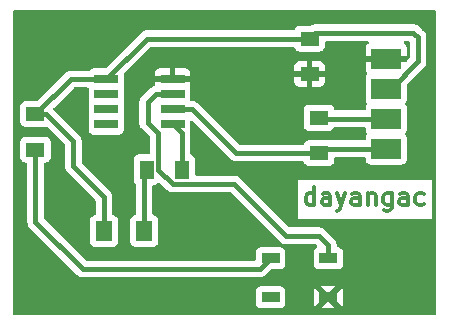
<source format=gbr>
%TF.GenerationSoftware,KiCad,Pcbnew,8.0.1*%
%TF.CreationDate,2025-10-27T18:19:57+03:00*%
%TF.ProjectId,Attiny-trial-run,41747469-6e79-42d7-9472-69616c2d7275,rev?*%
%TF.SameCoordinates,Original*%
%TF.FileFunction,Copper,L1,Top*%
%TF.FilePolarity,Positive*%
%FSLAX46Y46*%
G04 Gerber Fmt 4.6, Leading zero omitted, Abs format (unit mm)*
G04 Created by KiCad (PCBNEW 8.0.1) date 2025-10-27 18:19:57*
%MOMM*%
%LPD*%
G01*
G04 APERTURE LIST*
%ADD10C,0.300000*%
%TA.AperFunction,NonConductor*%
%ADD11C,0.300000*%
%TD*%
%TA.AperFunction,SMDPad,CuDef*%
%ADD12R,1.600000X1.200000*%
%TD*%
%TA.AperFunction,SMDPad,CuDef*%
%ADD13R,1.400000X1.700000*%
%TD*%
%TA.AperFunction,SMDPad,CuDef*%
%ADD14R,2.500000X1.700000*%
%TD*%
%TA.AperFunction,SMDPad,CuDef*%
%ADD15R,1.200000X1.600000*%
%TD*%
%TA.AperFunction,SMDPad,CuDef*%
%ADD16R,2.000000X0.800000*%
%TD*%
%TA.AperFunction,SMDPad,CuDef*%
%ADD17R,1.500000X0.900000*%
%TD*%
%TA.AperFunction,Conductor*%
%ADD18C,0.400000*%
%TD*%
G04 APERTURE END LIST*
D10*
D11*
X152797368Y-85000828D02*
X152797368Y-83500828D01*
X152797368Y-84929400D02*
X152654510Y-85000828D01*
X152654510Y-85000828D02*
X152368796Y-85000828D01*
X152368796Y-85000828D02*
X152225939Y-84929400D01*
X152225939Y-84929400D02*
X152154510Y-84857971D01*
X152154510Y-84857971D02*
X152083082Y-84715114D01*
X152083082Y-84715114D02*
X152083082Y-84286542D01*
X152083082Y-84286542D02*
X152154510Y-84143685D01*
X152154510Y-84143685D02*
X152225939Y-84072257D01*
X152225939Y-84072257D02*
X152368796Y-84000828D01*
X152368796Y-84000828D02*
X152654510Y-84000828D01*
X152654510Y-84000828D02*
X152797368Y-84072257D01*
X154154511Y-85000828D02*
X154154511Y-84215114D01*
X154154511Y-84215114D02*
X154083082Y-84072257D01*
X154083082Y-84072257D02*
X153940225Y-84000828D01*
X153940225Y-84000828D02*
X153654511Y-84000828D01*
X153654511Y-84000828D02*
X153511653Y-84072257D01*
X154154511Y-84929400D02*
X154011653Y-85000828D01*
X154011653Y-85000828D02*
X153654511Y-85000828D01*
X153654511Y-85000828D02*
X153511653Y-84929400D01*
X153511653Y-84929400D02*
X153440225Y-84786542D01*
X153440225Y-84786542D02*
X153440225Y-84643685D01*
X153440225Y-84643685D02*
X153511653Y-84500828D01*
X153511653Y-84500828D02*
X153654511Y-84429400D01*
X153654511Y-84429400D02*
X154011653Y-84429400D01*
X154011653Y-84429400D02*
X154154511Y-84357971D01*
X154725939Y-84000828D02*
X155083082Y-85000828D01*
X155440225Y-84000828D02*
X155083082Y-85000828D01*
X155083082Y-85000828D02*
X154940225Y-85357971D01*
X154940225Y-85357971D02*
X154868796Y-85429400D01*
X154868796Y-85429400D02*
X154725939Y-85500828D01*
X156654511Y-85000828D02*
X156654511Y-84215114D01*
X156654511Y-84215114D02*
X156583082Y-84072257D01*
X156583082Y-84072257D02*
X156440225Y-84000828D01*
X156440225Y-84000828D02*
X156154511Y-84000828D01*
X156154511Y-84000828D02*
X156011653Y-84072257D01*
X156654511Y-84929400D02*
X156511653Y-85000828D01*
X156511653Y-85000828D02*
X156154511Y-85000828D01*
X156154511Y-85000828D02*
X156011653Y-84929400D01*
X156011653Y-84929400D02*
X155940225Y-84786542D01*
X155940225Y-84786542D02*
X155940225Y-84643685D01*
X155940225Y-84643685D02*
X156011653Y-84500828D01*
X156011653Y-84500828D02*
X156154511Y-84429400D01*
X156154511Y-84429400D02*
X156511653Y-84429400D01*
X156511653Y-84429400D02*
X156654511Y-84357971D01*
X157368796Y-84000828D02*
X157368796Y-85000828D01*
X157368796Y-84143685D02*
X157440225Y-84072257D01*
X157440225Y-84072257D02*
X157583082Y-84000828D01*
X157583082Y-84000828D02*
X157797368Y-84000828D01*
X157797368Y-84000828D02*
X157940225Y-84072257D01*
X157940225Y-84072257D02*
X158011654Y-84215114D01*
X158011654Y-84215114D02*
X158011654Y-85000828D01*
X159368797Y-84000828D02*
X159368797Y-85215114D01*
X159368797Y-85215114D02*
X159297368Y-85357971D01*
X159297368Y-85357971D02*
X159225939Y-85429400D01*
X159225939Y-85429400D02*
X159083082Y-85500828D01*
X159083082Y-85500828D02*
X158868797Y-85500828D01*
X158868797Y-85500828D02*
X158725939Y-85429400D01*
X159368797Y-84929400D02*
X159225939Y-85000828D01*
X159225939Y-85000828D02*
X158940225Y-85000828D01*
X158940225Y-85000828D02*
X158797368Y-84929400D01*
X158797368Y-84929400D02*
X158725939Y-84857971D01*
X158725939Y-84857971D02*
X158654511Y-84715114D01*
X158654511Y-84715114D02*
X158654511Y-84286542D01*
X158654511Y-84286542D02*
X158725939Y-84143685D01*
X158725939Y-84143685D02*
X158797368Y-84072257D01*
X158797368Y-84072257D02*
X158940225Y-84000828D01*
X158940225Y-84000828D02*
X159225939Y-84000828D01*
X159225939Y-84000828D02*
X159368797Y-84072257D01*
X160725940Y-85000828D02*
X160725940Y-84215114D01*
X160725940Y-84215114D02*
X160654511Y-84072257D01*
X160654511Y-84072257D02*
X160511654Y-84000828D01*
X160511654Y-84000828D02*
X160225940Y-84000828D01*
X160225940Y-84000828D02*
X160083082Y-84072257D01*
X160725940Y-84929400D02*
X160583082Y-85000828D01*
X160583082Y-85000828D02*
X160225940Y-85000828D01*
X160225940Y-85000828D02*
X160083082Y-84929400D01*
X160083082Y-84929400D02*
X160011654Y-84786542D01*
X160011654Y-84786542D02*
X160011654Y-84643685D01*
X160011654Y-84643685D02*
X160083082Y-84500828D01*
X160083082Y-84500828D02*
X160225940Y-84429400D01*
X160225940Y-84429400D02*
X160583082Y-84429400D01*
X160583082Y-84429400D02*
X160725940Y-84357971D01*
X162083083Y-84929400D02*
X161940225Y-85000828D01*
X161940225Y-85000828D02*
X161654511Y-85000828D01*
X161654511Y-85000828D02*
X161511654Y-84929400D01*
X161511654Y-84929400D02*
X161440225Y-84857971D01*
X161440225Y-84857971D02*
X161368797Y-84715114D01*
X161368797Y-84715114D02*
X161368797Y-84286542D01*
X161368797Y-84286542D02*
X161440225Y-84143685D01*
X161440225Y-84143685D02*
X161511654Y-84072257D01*
X161511654Y-84072257D02*
X161654511Y-84000828D01*
X161654511Y-84000828D02*
X161940225Y-84000828D01*
X161940225Y-84000828D02*
X162083083Y-84072257D01*
D12*
%TO.P,C1,1*%
%TO.N,VCC*%
X152400000Y-70900000D03*
%TO.P,C1,2*%
%TO.N,GND*%
X152400000Y-73900000D03*
%TD*%
D13*
%TO.P,D1,2,A*%
%TO.N,Net-(D1-A)*%
X138400000Y-87200000D03*
%TO.P,D1,1,K*%
%TO.N,VCC*%
X135000000Y-87200000D03*
%TD*%
D14*
%TO.P,J1,1,Pin_1*%
%TO.N,GND*%
X158900000Y-72600000D03*
%TO.P,J1,2,Pin_2*%
%TO.N,VCC*%
X158900000Y-75140000D03*
%TO.P,J1,3,Pin_3*%
%TO.N,TX*%
X158900000Y-77680000D03*
%TO.P,J1,4,Pin_4*%
%TO.N,RX*%
X158900000Y-80220000D03*
%TD*%
D12*
%TO.P,R2,1*%
%TO.N,TX*%
X153200000Y-77600000D03*
%TO.P,R2,2*%
%TO.N,RX*%
X153200000Y-80600000D03*
%TD*%
%TO.P,R1,1*%
%TO.N,VCC*%
X129200000Y-77300000D03*
%TO.P,R1,2*%
%TO.N,Net-(U1-VDD)*%
X129200000Y-80300000D03*
%TD*%
D15*
%TO.P,R3,1*%
%TO.N,Net-(D1-A)*%
X138600000Y-82000000D03*
%TO.P,R3,2*%
%TO.N,STAT*%
X141600000Y-82000000D03*
%TD*%
D16*
%TO.P,U2,1,VCC*%
%TO.N,VCC*%
X135200000Y-74330000D03*
%TO.P,U2,2,TXD/PA6/DAC*%
%TO.N,unconnected-(U2-TXD{slash}PA6{slash}DAC-Pad2)*%
X135200000Y-75600000D03*
%TO.P,U2,3,RXD/PA7*%
%TO.N,unconnected-(U2-RXD{slash}PA7-Pad3)*%
X135200000Y-76870000D03*
%TO.P,U2,4,PA1/SDA*%
%TO.N,unconnected-(U2-PA1{slash}SDA-Pad4)*%
X135200000Y-78140000D03*
%TO.P,U2,5,PA2/SCL*%
%TO.N,STAT*%
X140800000Y-78140000D03*
%TO.P,U2,6,~{RESET}/UPDI/PA0*%
%TO.N,RX*%
X140800000Y-76870000D03*
%TO.P,U2,7,PA3/SCK*%
%TO.N,WS*%
X140800000Y-75600000D03*
%TO.P,U2,8,GND*%
%TO.N,GND*%
X140800000Y-74330000D03*
%TD*%
D17*
%TO.P,U1,1,VDD*%
%TO.N,Net-(U1-VDD)*%
X149100000Y-89500000D03*
%TO.P,U1,2,DOUT*%
%TO.N,unconnected-(U1-DOUT-Pad2)*%
X149100000Y-92800000D03*
%TO.P,U1,3,VSS*%
%TO.N,GND*%
X154000000Y-92800000D03*
%TO.P,U1,4,DIN*%
%TO.N,WS*%
X154000000Y-89500000D03*
%TD*%
D18*
%TO.N,Net-(U1-VDD)*%
X129200000Y-80300000D02*
X129200000Y-86400000D01*
X129200000Y-86400000D02*
X133200000Y-90400000D01*
X133200000Y-90400000D02*
X148200000Y-90400000D01*
X148200000Y-90400000D02*
X149100000Y-89500000D01*
%TO.N,VCC*%
X129200000Y-77300000D02*
X132170000Y-74330000D01*
X132170000Y-74330000D02*
X135200000Y-74330000D01*
X135000000Y-87200000D02*
X135000000Y-84300000D01*
X132400000Y-81700000D02*
X132400000Y-79600000D01*
X135000000Y-84300000D02*
X132400000Y-81700000D01*
X132400000Y-79600000D02*
X130100000Y-77300000D01*
X130100000Y-77300000D02*
X129200000Y-77300000D01*
%TO.N,Net-(D1-A)*%
X138400000Y-87200000D02*
X138400000Y-82200000D01*
X138400000Y-82200000D02*
X138600000Y-82000000D01*
%TO.N,WS*%
X150400000Y-87600000D02*
X153200000Y-87600000D01*
X146000000Y-83200000D02*
X150400000Y-87600000D01*
X153200000Y-87600000D02*
X154000000Y-88400000D01*
X154000000Y-88400000D02*
X154000000Y-89500000D01*
%TO.N,VCC*%
X135200000Y-74330000D02*
X138630000Y-70900000D01*
X138630000Y-70900000D02*
X152400000Y-70900000D01*
X158900000Y-75140000D02*
X159300000Y-75140000D01*
X159300000Y-75140000D02*
X161600000Y-72840000D01*
X152900000Y-70400000D02*
X152400000Y-70900000D01*
X161600000Y-72840000D02*
X161600000Y-70800000D01*
X161200000Y-70400000D02*
X152900000Y-70400000D01*
X161600000Y-70800000D02*
X161200000Y-70400000D01*
X158900000Y-75140000D02*
X159660000Y-75140000D01*
%TO.N,GND*%
X158900000Y-72600000D02*
X158500000Y-72600000D01*
%TO.N,TX*%
X153280000Y-77680000D02*
X153200000Y-77600000D01*
X158900000Y-77680000D02*
X153280000Y-77680000D01*
%TO.N,RX*%
X158900000Y-80220000D02*
X153580000Y-80220000D01*
X153200000Y-80600000D02*
X146200000Y-80600000D01*
X146200000Y-80600000D02*
X142470000Y-76870000D01*
X142470000Y-76870000D02*
X140800000Y-76870000D01*
X153580000Y-80220000D02*
X153200000Y-80600000D01*
%TO.N,STAT*%
X141600000Y-78940000D02*
X140800000Y-78140000D01*
X141600000Y-82000000D02*
X141600000Y-78940000D01*
%TO.N,WS*%
X146000000Y-83200000D02*
X140800000Y-83200000D01*
X139400000Y-75600000D02*
X140800000Y-75600000D01*
X140800000Y-83200000D02*
X139600000Y-82000000D01*
X138700000Y-76300000D02*
X139400000Y-75600000D01*
X139600000Y-78940000D02*
X138700000Y-78040000D01*
X139600000Y-82000000D02*
X139600000Y-78940000D01*
X138700000Y-78040000D02*
X138700000Y-76300000D01*
%TD*%
%TA.AperFunction,Conductor*%
%TO.N,GND*%
G36*
X163042539Y-68520185D02*
G01*
X163088294Y-68572989D01*
X163099500Y-68624500D01*
X163099500Y-94175500D01*
X163079815Y-94242539D01*
X163027011Y-94288294D01*
X162975500Y-94299500D01*
X127424500Y-94299500D01*
X127357461Y-94279815D01*
X127311706Y-94227011D01*
X127300500Y-94175500D01*
X127300500Y-93297870D01*
X147849500Y-93297870D01*
X147849501Y-93297876D01*
X147855908Y-93357483D01*
X147906202Y-93492328D01*
X147906206Y-93492335D01*
X147992452Y-93607544D01*
X147992455Y-93607547D01*
X148107664Y-93693793D01*
X148107671Y-93693797D01*
X148242517Y-93744091D01*
X148242516Y-93744091D01*
X148249444Y-93744835D01*
X148302127Y-93750500D01*
X149897872Y-93750499D01*
X149902523Y-93749999D01*
X153403553Y-93749999D01*
X153403554Y-93750000D01*
X154596446Y-93750000D01*
X154596446Y-93749999D01*
X154000001Y-93153553D01*
X153999999Y-93153553D01*
X153403553Y-93749999D01*
X149902523Y-93749999D01*
X149957483Y-93744091D01*
X150092331Y-93693796D01*
X150207546Y-93607546D01*
X150293796Y-93492331D01*
X150344091Y-93357483D01*
X150350500Y-93297873D01*
X150350500Y-93297844D01*
X152750000Y-93297844D01*
X152756401Y-93357372D01*
X152756402Y-93357376D01*
X152806647Y-93492088D01*
X152806648Y-93492089D01*
X152869884Y-93576562D01*
X153646447Y-92800000D01*
X154353553Y-92800000D01*
X155130115Y-93576562D01*
X155193351Y-93492090D01*
X155243597Y-93357376D01*
X155243598Y-93357372D01*
X155249999Y-93297844D01*
X155250000Y-93297827D01*
X155250000Y-92302172D01*
X155249999Y-92302155D01*
X155243598Y-92242627D01*
X155243597Y-92242623D01*
X155193351Y-92107909D01*
X155130114Y-92023436D01*
X154353553Y-92799999D01*
X154353553Y-92800000D01*
X153646447Y-92800000D01*
X153646447Y-92799999D01*
X152869884Y-92023436D01*
X152806646Y-92107911D01*
X152806645Y-92107913D01*
X152756403Y-92242620D01*
X152756401Y-92242627D01*
X152750000Y-92302155D01*
X152750000Y-93297844D01*
X150350500Y-93297844D01*
X150350499Y-92302128D01*
X150344103Y-92242627D01*
X150344091Y-92242516D01*
X150293797Y-92107671D01*
X150293793Y-92107664D01*
X150207547Y-91992455D01*
X150207544Y-91992452D01*
X150092335Y-91906206D01*
X150092328Y-91906202D01*
X149957482Y-91855908D01*
X149957483Y-91855908D01*
X149902525Y-91850000D01*
X153403553Y-91850000D01*
X154000000Y-92446446D01*
X154596446Y-91850000D01*
X153403553Y-91850000D01*
X149902525Y-91850000D01*
X149897883Y-91849501D01*
X149897881Y-91849500D01*
X149897873Y-91849500D01*
X149897864Y-91849500D01*
X148302129Y-91849500D01*
X148302123Y-91849501D01*
X148242516Y-91855908D01*
X148107671Y-91906202D01*
X148107664Y-91906206D01*
X147992455Y-91992452D01*
X147992452Y-91992455D01*
X147906206Y-92107664D01*
X147906202Y-92107671D01*
X147855908Y-92242517D01*
X147849501Y-92302116D01*
X147849501Y-92302123D01*
X147849500Y-92302135D01*
X147849500Y-93297870D01*
X127300500Y-93297870D01*
X127300500Y-80947870D01*
X127899500Y-80947870D01*
X127899501Y-80947876D01*
X127905908Y-81007483D01*
X127956202Y-81142328D01*
X127956206Y-81142335D01*
X128042452Y-81257544D01*
X128042455Y-81257547D01*
X128157664Y-81343793D01*
X128157671Y-81343797D01*
X128197039Y-81358480D01*
X128292517Y-81394091D01*
X128352127Y-81400500D01*
X128375497Y-81400499D01*
X128442536Y-81420181D01*
X128488292Y-81472983D01*
X128499500Y-81524499D01*
X128499500Y-86331006D01*
X128499500Y-86468994D01*
X128499500Y-86468996D01*
X128499499Y-86468996D01*
X128526418Y-86604322D01*
X128526421Y-86604332D01*
X128579222Y-86731807D01*
X128655887Y-86846545D01*
X132753454Y-90944112D01*
X132868190Y-91020776D01*
X132966790Y-91061617D01*
X132995671Y-91073580D01*
X132995672Y-91073580D01*
X132995677Y-91073582D01*
X133022545Y-91078925D01*
X133022551Y-91078926D01*
X133022591Y-91078934D01*
X133112937Y-91096905D01*
X133131006Y-91100500D01*
X133131007Y-91100500D01*
X148268996Y-91100500D01*
X148377457Y-91078925D01*
X148404328Y-91073580D01*
X148468069Y-91047177D01*
X148531807Y-91020777D01*
X148531808Y-91020776D01*
X148531811Y-91020775D01*
X148646543Y-90944114D01*
X149103838Y-90486817D01*
X149165161Y-90453333D01*
X149191519Y-90450499D01*
X149897871Y-90450499D01*
X149897872Y-90450499D01*
X149957483Y-90444091D01*
X150092331Y-90393796D01*
X150207546Y-90307546D01*
X150293796Y-90192331D01*
X150344091Y-90057483D01*
X150350500Y-89997873D01*
X150350499Y-89002128D01*
X150344091Y-88942517D01*
X150293796Y-88807669D01*
X150293795Y-88807668D01*
X150293793Y-88807664D01*
X150207547Y-88692455D01*
X150207544Y-88692452D01*
X150092335Y-88606206D01*
X150092328Y-88606202D01*
X149957482Y-88555908D01*
X149957483Y-88555908D01*
X149897883Y-88549501D01*
X149897881Y-88549500D01*
X149897873Y-88549500D01*
X149897864Y-88549500D01*
X148302129Y-88549500D01*
X148302123Y-88549501D01*
X148242516Y-88555908D01*
X148107671Y-88606202D01*
X148107664Y-88606206D01*
X147992455Y-88692452D01*
X147992452Y-88692455D01*
X147906206Y-88807664D01*
X147906202Y-88807671D01*
X147855910Y-88942513D01*
X147855909Y-88942517D01*
X147849500Y-89002127D01*
X147849500Y-89002134D01*
X147849500Y-89002135D01*
X147849500Y-89002136D01*
X147849501Y-89575500D01*
X147829817Y-89642539D01*
X147777013Y-89688294D01*
X147725501Y-89699500D01*
X133541519Y-89699500D01*
X133474480Y-89679815D01*
X133453838Y-89663181D01*
X129936819Y-86146162D01*
X129903334Y-86084839D01*
X129900500Y-86058481D01*
X129900500Y-81524499D01*
X129920185Y-81457460D01*
X129972989Y-81411705D01*
X130024500Y-81400499D01*
X130047871Y-81400499D01*
X130047872Y-81400499D01*
X130107483Y-81394091D01*
X130242331Y-81343796D01*
X130357546Y-81257546D01*
X130443796Y-81142331D01*
X130494091Y-81007483D01*
X130500500Y-80947873D01*
X130500499Y-79652128D01*
X130494091Y-79592517D01*
X130480546Y-79556202D01*
X130443797Y-79457671D01*
X130443793Y-79457664D01*
X130357546Y-79342454D01*
X130357544Y-79342452D01*
X130242335Y-79256206D01*
X130242328Y-79256202D01*
X130107482Y-79205908D01*
X130107483Y-79205908D01*
X130047883Y-79199501D01*
X130047881Y-79199500D01*
X130047873Y-79199500D01*
X130047864Y-79199500D01*
X128352129Y-79199500D01*
X128352123Y-79199501D01*
X128292516Y-79205908D01*
X128157671Y-79256202D01*
X128157664Y-79256206D01*
X128042455Y-79342452D01*
X128042454Y-79342454D01*
X127956206Y-79457664D01*
X127956202Y-79457671D01*
X127905908Y-79592517D01*
X127900540Y-79642452D01*
X127899501Y-79652123D01*
X127899500Y-79652135D01*
X127899500Y-80947870D01*
X127300500Y-80947870D01*
X127300500Y-77947870D01*
X127899500Y-77947870D01*
X127899501Y-77947876D01*
X127905908Y-78007483D01*
X127956202Y-78142328D01*
X127956206Y-78142335D01*
X128042452Y-78257544D01*
X128042455Y-78257547D01*
X128157664Y-78343793D01*
X128157671Y-78343797D01*
X128292517Y-78394091D01*
X128292516Y-78394091D01*
X128299444Y-78394835D01*
X128352127Y-78400500D01*
X130047872Y-78400499D01*
X130107483Y-78394091D01*
X130115034Y-78392307D01*
X130115658Y-78394948D01*
X130172394Y-78390890D01*
X130233717Y-78424374D01*
X131663181Y-79853838D01*
X131696666Y-79915161D01*
X131699500Y-79941519D01*
X131699500Y-81631006D01*
X131699500Y-81768994D01*
X131699500Y-81768996D01*
X131699499Y-81768996D01*
X131726418Y-81904322D01*
X131726421Y-81904332D01*
X131779222Y-82031807D01*
X131855887Y-82146545D01*
X131855888Y-82146546D01*
X134263181Y-84553838D01*
X134296666Y-84615161D01*
X134299500Y-84641519D01*
X134299500Y-85733023D01*
X134279815Y-85800062D01*
X134227011Y-85845817D01*
X134199865Y-85853266D01*
X134200068Y-85854124D01*
X134192520Y-85855907D01*
X134057671Y-85906202D01*
X134057664Y-85906206D01*
X133942455Y-85992452D01*
X133942452Y-85992455D01*
X133856206Y-86107664D01*
X133856202Y-86107671D01*
X133805908Y-86242517D01*
X133799501Y-86302116D01*
X133799501Y-86302123D01*
X133799500Y-86302135D01*
X133799500Y-88097870D01*
X133799501Y-88097876D01*
X133805908Y-88157483D01*
X133856202Y-88292328D01*
X133856206Y-88292335D01*
X133942452Y-88407544D01*
X133942455Y-88407547D01*
X134057664Y-88493793D01*
X134057671Y-88493797D01*
X134192517Y-88544091D01*
X134192516Y-88544091D01*
X134199444Y-88544835D01*
X134252127Y-88550500D01*
X135747872Y-88550499D01*
X135807483Y-88544091D01*
X135942331Y-88493796D01*
X136057546Y-88407546D01*
X136143796Y-88292331D01*
X136194091Y-88157483D01*
X136200500Y-88097873D01*
X136200499Y-86302128D01*
X136194091Y-86242517D01*
X136143796Y-86107669D01*
X136143795Y-86107668D01*
X136143793Y-86107664D01*
X136057547Y-85992455D01*
X136057544Y-85992452D01*
X135942335Y-85906206D01*
X135942328Y-85906202D01*
X135807482Y-85855908D01*
X135799938Y-85854126D01*
X135800474Y-85851853D01*
X135746688Y-85829571D01*
X135706843Y-85772177D01*
X135700500Y-85733024D01*
X135700500Y-84231004D01*
X135673581Y-84095677D01*
X135673580Y-84095676D01*
X135673580Y-84095672D01*
X135673578Y-84095667D01*
X135620778Y-83968195D01*
X135620776Y-83968191D01*
X135620775Y-83968189D01*
X135575546Y-83900499D01*
X135544114Y-83853457D01*
X135544112Y-83853454D01*
X133136819Y-81446161D01*
X133103334Y-81384838D01*
X133100500Y-81358480D01*
X133100500Y-79531004D01*
X133073581Y-79395677D01*
X133073580Y-79395676D01*
X133073580Y-79395672D01*
X133051536Y-79342454D01*
X133051535Y-79342452D01*
X133020778Y-79268196D01*
X133020777Y-79268195D01*
X133020775Y-79268189D01*
X132944114Y-79153457D01*
X132944112Y-79153454D01*
X130728338Y-76937680D01*
X130694853Y-76876357D01*
X130699837Y-76806665D01*
X130728336Y-76762320D01*
X132423838Y-75066819D01*
X132485161Y-75033334D01*
X132511519Y-75030500D01*
X133575500Y-75030500D01*
X133642539Y-75050185D01*
X133688294Y-75102989D01*
X133699500Y-75154500D01*
X133699500Y-76047870D01*
X133699501Y-76047876D01*
X133705908Y-76107482D01*
X133726683Y-76163181D01*
X133729039Y-76169500D01*
X133737307Y-76191666D01*
X133742291Y-76261358D01*
X133737307Y-76278331D01*
X133705909Y-76362514D01*
X133705908Y-76362516D01*
X133699501Y-76422116D01*
X133699501Y-76422123D01*
X133699500Y-76422135D01*
X133699500Y-77317870D01*
X133699501Y-77317876D01*
X133705908Y-77377482D01*
X133737307Y-77461666D01*
X133742291Y-77531358D01*
X133737307Y-77548331D01*
X133705909Y-77632514D01*
X133705908Y-77632516D01*
X133699617Y-77691038D01*
X133699501Y-77692123D01*
X133699500Y-77692135D01*
X133699500Y-78587870D01*
X133699501Y-78587876D01*
X133705908Y-78647483D01*
X133756202Y-78782328D01*
X133756206Y-78782335D01*
X133842452Y-78897544D01*
X133842455Y-78897547D01*
X133957664Y-78983793D01*
X133957671Y-78983797D01*
X134092517Y-79034091D01*
X134092516Y-79034091D01*
X134099444Y-79034835D01*
X134152127Y-79040500D01*
X136247872Y-79040499D01*
X136307483Y-79034091D01*
X136442331Y-78983796D01*
X136557546Y-78897546D01*
X136643796Y-78782331D01*
X136694091Y-78647483D01*
X136700500Y-78587873D01*
X136700499Y-77692128D01*
X136694091Y-77632517D01*
X136662691Y-77548331D01*
X136657708Y-77478642D01*
X136662689Y-77461673D01*
X136694091Y-77377483D01*
X136700500Y-77317873D01*
X136700499Y-76422128D01*
X136694091Y-76362517D01*
X136662691Y-76278331D01*
X136657708Y-76208642D01*
X136662689Y-76191673D01*
X136694091Y-76107483D01*
X136700500Y-76047873D01*
X136700499Y-75152128D01*
X136694091Y-75092517D01*
X136662691Y-75008331D01*
X136657708Y-74938642D01*
X136662689Y-74921673D01*
X136694091Y-74837483D01*
X136700500Y-74777873D01*
X136700499Y-74150000D01*
X151100000Y-74150000D01*
X151100000Y-74547844D01*
X151106401Y-74607372D01*
X151106403Y-74607379D01*
X151156645Y-74742086D01*
X151156649Y-74742093D01*
X151242809Y-74857187D01*
X151242812Y-74857190D01*
X151357906Y-74943350D01*
X151357913Y-74943354D01*
X151492620Y-74993596D01*
X151492627Y-74993598D01*
X151552155Y-74999999D01*
X151552172Y-75000000D01*
X152150000Y-75000000D01*
X152150000Y-74150000D01*
X152650000Y-74150000D01*
X152650000Y-75000000D01*
X153247828Y-75000000D01*
X153247844Y-74999999D01*
X153307372Y-74993598D01*
X153307379Y-74993596D01*
X153442086Y-74943354D01*
X153442093Y-74943350D01*
X153557187Y-74857190D01*
X153557190Y-74857187D01*
X153643350Y-74742093D01*
X153643354Y-74742086D01*
X153693596Y-74607379D01*
X153693598Y-74607372D01*
X153699999Y-74547844D01*
X153700000Y-74547827D01*
X153700000Y-74150000D01*
X152650000Y-74150000D01*
X152150000Y-74150000D01*
X151100000Y-74150000D01*
X136700499Y-74150000D01*
X136700499Y-74080000D01*
X139300000Y-74080000D01*
X140550000Y-74080000D01*
X140550000Y-73430000D01*
X141050000Y-73430000D01*
X141050000Y-74080000D01*
X142300000Y-74080000D01*
X142300000Y-73882172D01*
X142299999Y-73882155D01*
X142293598Y-73822627D01*
X142293596Y-73822620D01*
X142243354Y-73687913D01*
X142243350Y-73687906D01*
X142214973Y-73650000D01*
X151100000Y-73650000D01*
X152150000Y-73650000D01*
X152150000Y-72800000D01*
X152650000Y-72800000D01*
X152650000Y-73650000D01*
X153700000Y-73650000D01*
X153700000Y-73252172D01*
X153699999Y-73252155D01*
X153693598Y-73192627D01*
X153693596Y-73192620D01*
X153643354Y-73057913D01*
X153643350Y-73057906D01*
X153557190Y-72942812D01*
X153557187Y-72942809D01*
X153442093Y-72856649D01*
X153442086Y-72856645D01*
X153307379Y-72806403D01*
X153307372Y-72806401D01*
X153247844Y-72800000D01*
X152650000Y-72800000D01*
X152150000Y-72800000D01*
X151552155Y-72800000D01*
X151492627Y-72806401D01*
X151492620Y-72806403D01*
X151357913Y-72856645D01*
X151357906Y-72856649D01*
X151242812Y-72942809D01*
X151242809Y-72942812D01*
X151156649Y-73057906D01*
X151156645Y-73057913D01*
X151106403Y-73192620D01*
X151106401Y-73192627D01*
X151100000Y-73252155D01*
X151100000Y-73650000D01*
X142214973Y-73650000D01*
X142157190Y-73572812D01*
X142157187Y-73572809D01*
X142042093Y-73486649D01*
X142042086Y-73486645D01*
X141907379Y-73436403D01*
X141907372Y-73436401D01*
X141847844Y-73430000D01*
X141050000Y-73430000D01*
X140550000Y-73430000D01*
X139752155Y-73430000D01*
X139692627Y-73436401D01*
X139692620Y-73436403D01*
X139557913Y-73486645D01*
X139557906Y-73486649D01*
X139442812Y-73572809D01*
X139442809Y-73572812D01*
X139356649Y-73687906D01*
X139356645Y-73687913D01*
X139306403Y-73822620D01*
X139306401Y-73822627D01*
X139300000Y-73882155D01*
X139300000Y-74080000D01*
X136700499Y-74080000D01*
X136700499Y-73882128D01*
X136700498Y-73882127D01*
X136700321Y-73878805D01*
X136702054Y-73878712D01*
X136713100Y-73816659D01*
X136736430Y-73784225D01*
X138883838Y-71636819D01*
X138945161Y-71603334D01*
X138971519Y-71600500D01*
X151017209Y-71600500D01*
X151084248Y-71620185D01*
X151130003Y-71672989D01*
X151133391Y-71681167D01*
X151156202Y-71742328D01*
X151156206Y-71742335D01*
X151242452Y-71857544D01*
X151242455Y-71857547D01*
X151357664Y-71943793D01*
X151357671Y-71943797D01*
X151492517Y-71994091D01*
X151492516Y-71994091D01*
X151499444Y-71994835D01*
X151552127Y-72000500D01*
X153247872Y-72000499D01*
X153307483Y-71994091D01*
X153442331Y-71943796D01*
X153557546Y-71857546D01*
X153643796Y-71742331D01*
X153694091Y-71607483D01*
X153700500Y-71547873D01*
X153700500Y-71224500D01*
X153720185Y-71157461D01*
X153772989Y-71111706D01*
X153824500Y-71100500D01*
X157310731Y-71100500D01*
X157377770Y-71120185D01*
X157423525Y-71172989D01*
X157433469Y-71242147D01*
X157404444Y-71305703D01*
X157385042Y-71323766D01*
X157292812Y-71392809D01*
X157292809Y-71392812D01*
X157206649Y-71507906D01*
X157206645Y-71507913D01*
X157156403Y-71642620D01*
X157156401Y-71642627D01*
X157150000Y-71702155D01*
X157150000Y-72350000D01*
X160650000Y-72350000D01*
X160650000Y-71702172D01*
X160649999Y-71702155D01*
X160643598Y-71642627D01*
X160643596Y-71642620D01*
X160593354Y-71507913D01*
X160593350Y-71507906D01*
X160507190Y-71392812D01*
X160507187Y-71392809D01*
X160414958Y-71323766D01*
X160373087Y-71267832D01*
X160368103Y-71198141D01*
X160401589Y-71136818D01*
X160462912Y-71103334D01*
X160489269Y-71100500D01*
X160775500Y-71100500D01*
X160842539Y-71120185D01*
X160888294Y-71172989D01*
X160899500Y-71224500D01*
X160899500Y-72498481D01*
X160879815Y-72565520D01*
X160863181Y-72586162D01*
X160635662Y-72813681D01*
X160574339Y-72847166D01*
X160547981Y-72850000D01*
X157150000Y-72850000D01*
X157150000Y-73497844D01*
X157156401Y-73557372D01*
X157156403Y-73557379D01*
X157206645Y-73692086D01*
X157206646Y-73692088D01*
X157283890Y-73795272D01*
X157308307Y-73860736D01*
X157293456Y-73929009D01*
X157283890Y-73943894D01*
X157206204Y-74047669D01*
X157206202Y-74047671D01*
X157155908Y-74182517D01*
X157149501Y-74242116D01*
X157149500Y-74242135D01*
X157149500Y-76037870D01*
X157149501Y-76037876D01*
X157155908Y-76097483D01*
X157206202Y-76232328D01*
X157206203Y-76232330D01*
X157283578Y-76335689D01*
X157307995Y-76401153D01*
X157293144Y-76469426D01*
X157283578Y-76484311D01*
X157206203Y-76587669D01*
X157206202Y-76587671D01*
X157155908Y-76722517D01*
X157149501Y-76782116D01*
X157149501Y-76782123D01*
X157149500Y-76782135D01*
X157149500Y-76855500D01*
X157129815Y-76922539D01*
X157077011Y-76968294D01*
X157025500Y-76979500D01*
X154612629Y-76979500D01*
X154545590Y-76959815D01*
X154499835Y-76907011D01*
X154496447Y-76898833D01*
X154443797Y-76757671D01*
X154443793Y-76757664D01*
X154357547Y-76642455D01*
X154357544Y-76642452D01*
X154242335Y-76556206D01*
X154242328Y-76556202D01*
X154107482Y-76505908D01*
X154107483Y-76505908D01*
X154047883Y-76499501D01*
X154047881Y-76499500D01*
X154047873Y-76499500D01*
X154047864Y-76499500D01*
X152352129Y-76499500D01*
X152352123Y-76499501D01*
X152292516Y-76505908D01*
X152157671Y-76556202D01*
X152157664Y-76556206D01*
X152042455Y-76642452D01*
X152042452Y-76642455D01*
X151956206Y-76757664D01*
X151956202Y-76757671D01*
X151905908Y-76892517D01*
X151899501Y-76952116D01*
X151899500Y-76952135D01*
X151899500Y-78247870D01*
X151899501Y-78247876D01*
X151905908Y-78307483D01*
X151956202Y-78442328D01*
X151956206Y-78442335D01*
X152042452Y-78557544D01*
X152042455Y-78557547D01*
X152157664Y-78643793D01*
X152157671Y-78643797D01*
X152292517Y-78694091D01*
X152292516Y-78694091D01*
X152299444Y-78694835D01*
X152352127Y-78700500D01*
X154047872Y-78700499D01*
X154107483Y-78694091D01*
X154242331Y-78643796D01*
X154357546Y-78557546D01*
X154410697Y-78486546D01*
X154449112Y-78435231D01*
X154450844Y-78436528D01*
X154491702Y-78395669D01*
X154551131Y-78380500D01*
X157025501Y-78380500D01*
X157092540Y-78400185D01*
X157138295Y-78452989D01*
X157149501Y-78504500D01*
X157149501Y-78577876D01*
X157155908Y-78637483D01*
X157206202Y-78772328D01*
X157206203Y-78772330D01*
X157283578Y-78875689D01*
X157307995Y-78941153D01*
X157293144Y-79009426D01*
X157283578Y-79024311D01*
X157206203Y-79127669D01*
X157206202Y-79127671D01*
X157155908Y-79262517D01*
X157149501Y-79322116D01*
X157149501Y-79322123D01*
X157149500Y-79322135D01*
X157149500Y-79395500D01*
X157129815Y-79462539D01*
X157077011Y-79508294D01*
X157025500Y-79519500D01*
X154166295Y-79519500D01*
X154122961Y-79511681D01*
X154107491Y-79505911D01*
X154107480Y-79505908D01*
X154047883Y-79499501D01*
X154047881Y-79499500D01*
X154047873Y-79499500D01*
X154047864Y-79499500D01*
X152352129Y-79499500D01*
X152352123Y-79499501D01*
X152292516Y-79505908D01*
X152157671Y-79556202D01*
X152157664Y-79556206D01*
X152042455Y-79642452D01*
X152042452Y-79642455D01*
X151956206Y-79757664D01*
X151956202Y-79757671D01*
X151933391Y-79818833D01*
X151891520Y-79874767D01*
X151826056Y-79899184D01*
X151817209Y-79899500D01*
X146541519Y-79899500D01*
X146474480Y-79879815D01*
X146453838Y-79863181D01*
X142916546Y-76325888D01*
X142916545Y-76325887D01*
X142801807Y-76249222D01*
X142674332Y-76196421D01*
X142674322Y-76196418D01*
X142538996Y-76169500D01*
X142538994Y-76169500D01*
X142538993Y-76169500D01*
X142424500Y-76169500D01*
X142357461Y-76149815D01*
X142311706Y-76097011D01*
X142300500Y-76045500D01*
X142300499Y-75152129D01*
X142300498Y-75152123D01*
X142294091Y-75092518D01*
X142284506Y-75066819D01*
X142262424Y-75007615D01*
X142257441Y-74937926D01*
X142262426Y-74920950D01*
X142293597Y-74837377D01*
X142293598Y-74837374D01*
X142299999Y-74777844D01*
X142300000Y-74777827D01*
X142300000Y-74580000D01*
X139300000Y-74580000D01*
X139300000Y-74777838D01*
X139301334Y-74790245D01*
X139288926Y-74859004D01*
X139241314Y-74910140D01*
X139202241Y-74925112D01*
X139195679Y-74926417D01*
X139195676Y-74926418D01*
X139195671Y-74926419D01*
X139195671Y-74926420D01*
X139142866Y-74948292D01*
X139142864Y-74948293D01*
X139142863Y-74948292D01*
X139068196Y-74979221D01*
X139068181Y-74979229D01*
X139031739Y-75003580D01*
X138953457Y-75055886D01*
X138953453Y-75055889D01*
X138155888Y-75853453D01*
X138155887Y-75853454D01*
X138079223Y-75968192D01*
X138026421Y-76095668D01*
X138026418Y-76095679D01*
X138011735Y-76169499D01*
X138011735Y-76169501D01*
X138004493Y-76205909D01*
X137999500Y-76231007D01*
X137999500Y-77971006D01*
X137999500Y-78108994D01*
X137999500Y-78108996D01*
X137999499Y-78108996D01*
X138026418Y-78244322D01*
X138026421Y-78244332D01*
X138079222Y-78371807D01*
X138155887Y-78486545D01*
X138155888Y-78486546D01*
X138863181Y-79193838D01*
X138896666Y-79255161D01*
X138899500Y-79281519D01*
X138899500Y-80575500D01*
X138879815Y-80642539D01*
X138827011Y-80688294D01*
X138775500Y-80699500D01*
X137952129Y-80699500D01*
X137952123Y-80699501D01*
X137892516Y-80705908D01*
X137757671Y-80756202D01*
X137757664Y-80756206D01*
X137642455Y-80842452D01*
X137642452Y-80842455D01*
X137556206Y-80957664D01*
X137556202Y-80957671D01*
X137505908Y-81092517D01*
X137499501Y-81152116D01*
X137499501Y-81152123D01*
X137499500Y-81152135D01*
X137499500Y-82847870D01*
X137499501Y-82847876D01*
X137505908Y-82907483D01*
X137556202Y-83042328D01*
X137556203Y-83042329D01*
X137556204Y-83042331D01*
X137628581Y-83139014D01*
X137642454Y-83157546D01*
X137649808Y-83163051D01*
X137691681Y-83218983D01*
X137699500Y-83262320D01*
X137699500Y-85733023D01*
X137679815Y-85800062D01*
X137627011Y-85845817D01*
X137599865Y-85853266D01*
X137600068Y-85854124D01*
X137592520Y-85855907D01*
X137457671Y-85906202D01*
X137457664Y-85906206D01*
X137342455Y-85992452D01*
X137342452Y-85992455D01*
X137256206Y-86107664D01*
X137256202Y-86107671D01*
X137205908Y-86242517D01*
X137199501Y-86302116D01*
X137199501Y-86302123D01*
X137199500Y-86302135D01*
X137199500Y-88097870D01*
X137199501Y-88097876D01*
X137205908Y-88157483D01*
X137256202Y-88292328D01*
X137256206Y-88292335D01*
X137342452Y-88407544D01*
X137342455Y-88407547D01*
X137457664Y-88493793D01*
X137457671Y-88493797D01*
X137592517Y-88544091D01*
X137592516Y-88544091D01*
X137599444Y-88544835D01*
X137652127Y-88550500D01*
X139147872Y-88550499D01*
X139207483Y-88544091D01*
X139342331Y-88493796D01*
X139457546Y-88407546D01*
X139543796Y-88292331D01*
X139594091Y-88157483D01*
X139600500Y-88097873D01*
X139600499Y-86302128D01*
X139594091Y-86242517D01*
X139543796Y-86107669D01*
X139543795Y-86107668D01*
X139543793Y-86107664D01*
X139457547Y-85992455D01*
X139457544Y-85992452D01*
X139342335Y-85906206D01*
X139342328Y-85906202D01*
X139207482Y-85855908D01*
X139199938Y-85854126D01*
X139200474Y-85851853D01*
X139146688Y-85829571D01*
X139106843Y-85772177D01*
X139100500Y-85733024D01*
X139100500Y-83424499D01*
X139120185Y-83357460D01*
X139172989Y-83311705D01*
X139224500Y-83300499D01*
X139247871Y-83300499D01*
X139247872Y-83300499D01*
X139307483Y-83294091D01*
X139442331Y-83243796D01*
X139557546Y-83157546D01*
X139561409Y-83152385D01*
X139617340Y-83110514D01*
X139687031Y-83105528D01*
X139748355Y-83139012D01*
X139748357Y-83139014D01*
X140353453Y-83744111D01*
X140353454Y-83744112D01*
X140468190Y-83820776D01*
X140547090Y-83853457D01*
X140595671Y-83873580D01*
X140595672Y-83873580D01*
X140595677Y-83873582D01*
X140622545Y-83878925D01*
X140622551Y-83878926D01*
X140622591Y-83878934D01*
X140712937Y-83896905D01*
X140731006Y-83900500D01*
X140731007Y-83900500D01*
X145658481Y-83900500D01*
X145725520Y-83920185D01*
X145746162Y-83936819D01*
X149953453Y-88144111D01*
X149953454Y-88144112D01*
X150068192Y-88220777D01*
X150195667Y-88273578D01*
X150195672Y-88273580D01*
X150195676Y-88273580D01*
X150195677Y-88273581D01*
X150331003Y-88300500D01*
X150331006Y-88300500D01*
X150331007Y-88300500D01*
X152858481Y-88300500D01*
X152925520Y-88320185D01*
X152946162Y-88336819D01*
X153025362Y-88416019D01*
X153058847Y-88477342D01*
X153053863Y-88547034D01*
X153011993Y-88602966D01*
X152892452Y-88692455D01*
X152806206Y-88807664D01*
X152806202Y-88807671D01*
X152755908Y-88942517D01*
X152749501Y-89002116D01*
X152749501Y-89002123D01*
X152749500Y-89002135D01*
X152749500Y-89997870D01*
X152749501Y-89997876D01*
X152755908Y-90057483D01*
X152806202Y-90192328D01*
X152806206Y-90192335D01*
X152892452Y-90307544D01*
X152892455Y-90307547D01*
X153007664Y-90393793D01*
X153007671Y-90393797D01*
X153142517Y-90444091D01*
X153142516Y-90444091D01*
X153149444Y-90444835D01*
X153202127Y-90450500D01*
X154797872Y-90450499D01*
X154857483Y-90444091D01*
X154992331Y-90393796D01*
X155107546Y-90307546D01*
X155193796Y-90192331D01*
X155244091Y-90057483D01*
X155250500Y-89997873D01*
X155250499Y-89002128D01*
X155244091Y-88942517D01*
X155193796Y-88807669D01*
X155193795Y-88807668D01*
X155193793Y-88807664D01*
X155107547Y-88692455D01*
X155107544Y-88692452D01*
X154992335Y-88606206D01*
X154992328Y-88606202D01*
X154857483Y-88555908D01*
X154811243Y-88550937D01*
X154746693Y-88524199D01*
X154706845Y-88466806D01*
X154700500Y-88427648D01*
X154700500Y-88331004D01*
X154673581Y-88195677D01*
X154673580Y-88195676D01*
X154673580Y-88195672D01*
X154633072Y-88097876D01*
X154620776Y-88068191D01*
X154606311Y-88046542D01*
X154606311Y-88046541D01*
X154606309Y-88046540D01*
X154544114Y-87953457D01*
X154544111Y-87953453D01*
X153646545Y-87055887D01*
X153531807Y-86979222D01*
X153404332Y-86926421D01*
X153404322Y-86926418D01*
X153268996Y-86899500D01*
X153268994Y-86899500D01*
X153268993Y-86899500D01*
X150741519Y-86899500D01*
X150674480Y-86879815D01*
X150653838Y-86863181D01*
X146635986Y-82845328D01*
X151425857Y-82845328D01*
X151425857Y-86158053D01*
X162740308Y-86158053D01*
X162740308Y-82845328D01*
X151425857Y-82845328D01*
X146635986Y-82845328D01*
X146446546Y-82655888D01*
X146446545Y-82655887D01*
X146331807Y-82579222D01*
X146204332Y-82526421D01*
X146204322Y-82526418D01*
X146068996Y-82499500D01*
X146068994Y-82499500D01*
X146068993Y-82499500D01*
X142824500Y-82499500D01*
X142757461Y-82479815D01*
X142711706Y-82427011D01*
X142700500Y-82375500D01*
X142700499Y-81152129D01*
X142700498Y-81152123D01*
X142700497Y-81152116D01*
X142694091Y-81092517D01*
X142689286Y-81079635D01*
X142643797Y-80957671D01*
X142643793Y-80957664D01*
X142557547Y-80842455D01*
X142557544Y-80842452D01*
X142442335Y-80756206D01*
X142442328Y-80756202D01*
X142381167Y-80733391D01*
X142325233Y-80691520D01*
X142300816Y-80626056D01*
X142300500Y-80617209D01*
X142300500Y-78871011D01*
X142300500Y-78871007D01*
X142300420Y-78870605D01*
X142300198Y-78869488D01*
X142300198Y-78869487D01*
X142300195Y-78869479D01*
X142276142Y-78748553D01*
X142281579Y-78681030D01*
X142294089Y-78647488D01*
X142294091Y-78647483D01*
X142300500Y-78587873D01*
X142300499Y-77990516D01*
X142320183Y-77923479D01*
X142372987Y-77877724D01*
X142442146Y-77867780D01*
X142505702Y-77896805D01*
X142512180Y-77902837D01*
X145753453Y-81144111D01*
X145753454Y-81144112D01*
X145868192Y-81220777D01*
X145995667Y-81273578D01*
X145995672Y-81273580D01*
X145995676Y-81273580D01*
X145995677Y-81273581D01*
X146131003Y-81300500D01*
X146131006Y-81300500D01*
X146131007Y-81300500D01*
X151817209Y-81300500D01*
X151884248Y-81320185D01*
X151930003Y-81372989D01*
X151933391Y-81381167D01*
X151956202Y-81442328D01*
X151956206Y-81442335D01*
X152042452Y-81557544D01*
X152042455Y-81557547D01*
X152157664Y-81643793D01*
X152157671Y-81643797D01*
X152292517Y-81694091D01*
X152292516Y-81694091D01*
X152299444Y-81694835D01*
X152352127Y-81700500D01*
X154047872Y-81700499D01*
X154107483Y-81694091D01*
X154242331Y-81643796D01*
X154357546Y-81557546D01*
X154443796Y-81442331D01*
X154494091Y-81307483D01*
X154500500Y-81247873D01*
X154500500Y-81044500D01*
X154520185Y-80977461D01*
X154572989Y-80931706D01*
X154624500Y-80920500D01*
X157025501Y-80920500D01*
X157092540Y-80940185D01*
X157138295Y-80992989D01*
X157149501Y-81044500D01*
X157149501Y-81117876D01*
X157155908Y-81177483D01*
X157206202Y-81312328D01*
X157206206Y-81312335D01*
X157292452Y-81427544D01*
X157292455Y-81427547D01*
X157407664Y-81513793D01*
X157407671Y-81513797D01*
X157542517Y-81564091D01*
X157542516Y-81564091D01*
X157549444Y-81564835D01*
X157602127Y-81570500D01*
X160197872Y-81570499D01*
X160257483Y-81564091D01*
X160392331Y-81513796D01*
X160507546Y-81427546D01*
X160593796Y-81312331D01*
X160644091Y-81177483D01*
X160650500Y-81117873D01*
X160650499Y-79322128D01*
X160645299Y-79273757D01*
X160644091Y-79262516D01*
X160593797Y-79127671D01*
X160593795Y-79127668D01*
X160516421Y-79024309D01*
X160492004Y-78958848D01*
X160506855Y-78890575D01*
X160516416Y-78875696D01*
X160593796Y-78772331D01*
X160644091Y-78637483D01*
X160650500Y-78577873D01*
X160650499Y-76782128D01*
X160644091Y-76722517D01*
X160617840Y-76652135D01*
X160593797Y-76587671D01*
X160593795Y-76587668D01*
X160516421Y-76484309D01*
X160492004Y-76418848D01*
X160506855Y-76350575D01*
X160516416Y-76335696D01*
X160593796Y-76232331D01*
X160644091Y-76097483D01*
X160650500Y-76037873D01*
X160650499Y-74831518D01*
X160670184Y-74764480D01*
X160686818Y-74743838D01*
X162144111Y-73286546D01*
X162144112Y-73286545D01*
X162144112Y-73286544D01*
X162144114Y-73286543D01*
X162220775Y-73171811D01*
X162273580Y-73044329D01*
X162273580Y-73044325D01*
X162273582Y-73044322D01*
X162278934Y-73017411D01*
X162278934Y-73017409D01*
X162300500Y-72908993D01*
X162300500Y-70731007D01*
X162300500Y-70731004D01*
X162273581Y-70595677D01*
X162273580Y-70595676D01*
X162273580Y-70595672D01*
X162273578Y-70595667D01*
X162220778Y-70468195D01*
X162220771Y-70468182D01*
X162144115Y-70353459D01*
X162144114Y-70353458D01*
X162046542Y-70255886D01*
X161965423Y-70174767D01*
X161646546Y-69855888D01*
X161646545Y-69855887D01*
X161531807Y-69779222D01*
X161404332Y-69726421D01*
X161404322Y-69726418D01*
X161268996Y-69699500D01*
X161268994Y-69699500D01*
X161268993Y-69699500D01*
X152968994Y-69699500D01*
X152831006Y-69699500D01*
X152831004Y-69699500D01*
X152695677Y-69726418D01*
X152695671Y-69726420D01*
X152568189Y-69779224D01*
X152562812Y-69782099D01*
X152562116Y-69780797D01*
X152502430Y-69799480D01*
X152500229Y-69799500D01*
X151552129Y-69799500D01*
X151552123Y-69799501D01*
X151492516Y-69805908D01*
X151357671Y-69856202D01*
X151357664Y-69856206D01*
X151242455Y-69942452D01*
X151242452Y-69942455D01*
X151156206Y-70057664D01*
X151156202Y-70057671D01*
X151133391Y-70118833D01*
X151091520Y-70174767D01*
X151026056Y-70199184D01*
X151017209Y-70199500D01*
X138561005Y-70199500D01*
X138425677Y-70226418D01*
X138425667Y-70226421D01*
X138298192Y-70279222D01*
X138183454Y-70355887D01*
X135146160Y-73393181D01*
X135084837Y-73426666D01*
X135058479Y-73429500D01*
X134152129Y-73429500D01*
X134152123Y-73429501D01*
X134092516Y-73435908D01*
X133957671Y-73486202D01*
X133957664Y-73486206D01*
X133842457Y-73572451D01*
X133842451Y-73572457D01*
X133836948Y-73579809D01*
X133781015Y-73621681D01*
X133737680Y-73629500D01*
X132101003Y-73629500D01*
X131992590Y-73651065D01*
X131992589Y-73651065D01*
X131965671Y-73656420D01*
X131838190Y-73709224D01*
X131723454Y-73785887D01*
X129346160Y-76163181D01*
X129284837Y-76196666D01*
X129258479Y-76199500D01*
X128352129Y-76199500D01*
X128352123Y-76199501D01*
X128292516Y-76205908D01*
X128157671Y-76256202D01*
X128157664Y-76256206D01*
X128042455Y-76342452D01*
X128042452Y-76342455D01*
X127956206Y-76457664D01*
X127956202Y-76457671D01*
X127905908Y-76592517D01*
X127899501Y-76652116D01*
X127899500Y-76652135D01*
X127899500Y-77947870D01*
X127300500Y-77947870D01*
X127300500Y-68624500D01*
X127320185Y-68557461D01*
X127372989Y-68511706D01*
X127424500Y-68500500D01*
X162975500Y-68500500D01*
X163042539Y-68520185D01*
G37*
%TD.AperFunction*%
%TD*%
M02*

</source>
